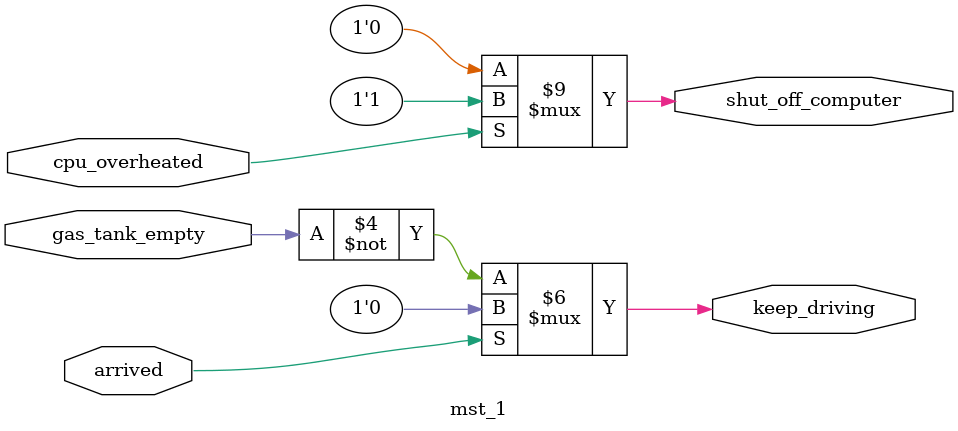
<source format=v>
module mst_1 (
    input      cpu_overheated,
    output reg shut_off_computer,
    input      arrived,
    input      gas_tank_empty,
    output reg keep_driving
);

    always @(*) begin
        if (cpu_overheated) begin
            shut_off_computer = 1'b1;
        end
        else begin
            shut_off_computer = 1'b0;
        end
    end

    always @(*) begin
        if (~arrived) begin
            keep_driving = ~gas_tank_empty;
        end
        else begin
            keep_driving = 1'b0;
        end
    end

endmodule

</source>
